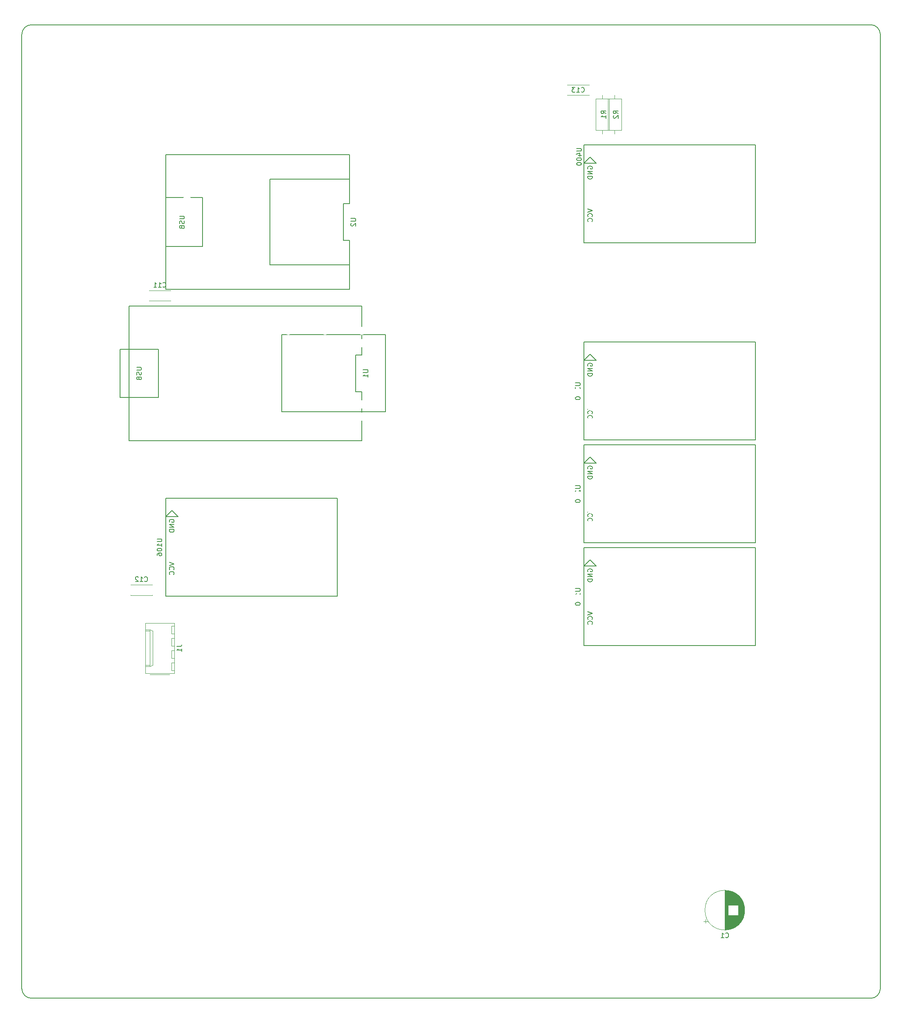
<source format=gbo>
%TF.GenerationSoftware,KiCad,Pcbnew,5.0.2-bee76a0~70~ubuntu18.10.1*%
%TF.CreationDate,2019-03-28T23:17:04+01:00*%
%TF.ProjectId,DesignData,44657369-676e-4446-9174-612e6b696361,rev?*%
%TF.SameCoordinates,PX73a20d0PYd2b6df0*%
%TF.FileFunction,Legend,Bot*%
%TF.FilePolarity,Positive*%
%FSLAX46Y46*%
G04 Gerber Fmt 4.6, Leading zero omitted, Abs format (unit mm)*
G04 Created by KiCad (PCBNEW 5.0.2-bee76a0~70~ubuntu18.10.1) date Do 28 Mär 2019 23:17:04 CET*
%MOMM*%
%LPD*%
G01*
G04 APERTURE LIST*
%ADD10C,0.150000*%
%ADD11C,0.120000*%
%ADD12C,1.700000*%
%ADD13O,1.300000X2.100000*%
%ADD14O,1.500000X2.100000*%
%ADD15C,0.100000*%
%ADD16C,1.840000*%
%ADD17O,2.300000X1.840000*%
%ADD18O,1.700000X1.700000*%
%ADD19C,3.300000*%
%ADD20C,2.300000*%
%ADD21C,1.800000*%
%ADD22R,1.700000X1.700000*%
G04 APERTURE END LIST*
D10*
X178000000Y2000000D02*
G75*
G02X176000000Y0I-2000000J0D01*
G01*
X176000000Y202000000D02*
G75*
G02X178000000Y200000000I0J-2000000D01*
G01*
X0Y200000000D02*
G75*
G02X2000000Y202000000I2000000J0D01*
G01*
X2000000Y0D02*
G75*
G02X0Y2000000I0J2000000D01*
G01*
X0Y200000000D02*
X0Y2000000D01*
X176000000Y202000000D02*
X2000000Y202000000D01*
X178000000Y2000000D02*
X178000000Y200000000D01*
X2000000Y0D02*
X176000000Y0D01*
%TO.C,U200*%
X116586000Y110998000D02*
X119126000Y110998000D01*
X117856000Y112268000D02*
X119126000Y110998000D01*
X117856000Y112268000D02*
X116586000Y110998000D01*
X152146000Y114808000D02*
X152146000Y94488000D01*
X152146000Y114808000D02*
X116586000Y114808000D01*
X116586000Y94488000D02*
X152146000Y94488000D01*
X116586000Y114808000D02*
X116586000Y94488000D01*
%TO.C,U300*%
X116586000Y132334000D02*
X119126000Y132334000D01*
X117856000Y133604000D02*
X119126000Y132334000D01*
X117856000Y133604000D02*
X116586000Y132334000D01*
X152146000Y136144000D02*
X152146000Y115824000D01*
X152146000Y136144000D02*
X116586000Y136144000D01*
X116586000Y115824000D02*
X152146000Y115824000D01*
X116586000Y136144000D02*
X116586000Y115824000D01*
%TO.C,U2*%
X67945000Y147066000D02*
X29845000Y147066000D01*
X29845000Y147066000D02*
X29845000Y175006000D01*
X29845000Y175006000D02*
X67945000Y175006000D01*
X67945000Y175006000D02*
X67945000Y164846000D01*
X67945000Y164846000D02*
X66675000Y164846000D01*
X66675000Y164846000D02*
X66675000Y157226000D01*
X66675000Y157226000D02*
X67945000Y157226000D01*
X67945000Y157226000D02*
X67945000Y147066000D01*
X67945000Y169926000D02*
X51435000Y169926000D01*
X51435000Y169926000D02*
X51435000Y152146000D01*
X51435000Y152146000D02*
X67945000Y152146000D01*
X37465000Y166116000D02*
X29845000Y166116000D01*
X29845000Y155956000D02*
X37465000Y155956000D01*
X37465000Y155956000D02*
X37465000Y166116000D01*
%TO.C,U400*%
X116586000Y173228000D02*
X119126000Y173228000D01*
X117856000Y174498000D02*
X119126000Y173228000D01*
X117856000Y174498000D02*
X116586000Y173228000D01*
X152146000Y177038000D02*
X152146000Y156718000D01*
X152146000Y177038000D02*
X116586000Y177038000D01*
X116586000Y156718000D02*
X152146000Y156718000D01*
X116586000Y177038000D02*
X116586000Y156718000D01*
%TO.C,U100*%
X116586000Y89662000D02*
X119126000Y89662000D01*
X117856000Y90932000D02*
X119126000Y89662000D01*
X117856000Y90932000D02*
X116586000Y89662000D01*
X152146000Y93472000D02*
X152146000Y73152000D01*
X152146000Y93472000D02*
X116586000Y93472000D01*
X116586000Y73152000D02*
X152146000Y73152000D01*
X116586000Y93472000D02*
X116586000Y73152000D01*
%TO.C,U1*%
X70485000Y115697000D02*
X22225000Y115697000D01*
X22225000Y115697000D02*
X22225000Y143637000D01*
X22225000Y143637000D02*
X70485000Y143637000D01*
X70485000Y143637000D02*
X70485000Y133477000D01*
X70485000Y133477000D02*
X69215000Y133477000D01*
X69215000Y133477000D02*
X69215000Y125857000D01*
X69215000Y125857000D02*
X70485000Y125857000D01*
X70485000Y125857000D02*
X70485000Y115697000D01*
X75355000Y137667000D02*
X53855000Y137667000D01*
X53855000Y137667000D02*
X53855000Y121667000D01*
X53855000Y121667000D02*
X75355000Y121667000D01*
X75355000Y121667000D02*
X75355000Y137667000D01*
X28355000Y134667000D02*
X20355000Y134667000D01*
X20355000Y134667000D02*
X20355000Y124667000D01*
X20355000Y124667000D02*
X28355000Y124667000D01*
X28355000Y124667000D02*
X28355000Y134667000D01*
%TO.C,U106*%
X29845000Y99949000D02*
X32385000Y99949000D01*
X31115000Y101219000D02*
X32385000Y99949000D01*
X31115000Y101219000D02*
X29845000Y99949000D01*
X65405000Y103759000D02*
X65405000Y83439000D01*
X65405000Y103759000D02*
X29845000Y103759000D01*
X29845000Y83439000D02*
X65405000Y83439000D01*
X29845000Y103759000D02*
X29845000Y83439000D01*
D11*
%TO.C,J1*%
X31605000Y67454000D02*
X25585000Y67454000D01*
X25585000Y67454000D02*
X25585000Y77834000D01*
X25585000Y77834000D02*
X31605000Y77834000D01*
X31605000Y77834000D02*
X31605000Y67454000D01*
X30575000Y67164000D02*
X26575000Y67164000D01*
X25585000Y68834000D02*
X26585000Y68834000D01*
X26585000Y68834000D02*
X26585000Y76454000D01*
X26585000Y76454000D02*
X25585000Y76454000D01*
X26585000Y68834000D02*
X27115000Y69084000D01*
X27115000Y69084000D02*
X27115000Y76204000D01*
X27115000Y76204000D02*
X26585000Y76454000D01*
X25585000Y69084000D02*
X26585000Y69084000D01*
X25585000Y76204000D02*
X26585000Y76204000D01*
X31605000Y68034000D02*
X31005000Y68034000D01*
X31005000Y68034000D02*
X31005000Y69634000D01*
X31005000Y69634000D02*
X31605000Y69634000D01*
X31605000Y70574000D02*
X31005000Y70574000D01*
X31005000Y70574000D02*
X31005000Y72174000D01*
X31005000Y72174000D02*
X31605000Y72174000D01*
X31605000Y73114000D02*
X31005000Y73114000D01*
X31005000Y73114000D02*
X31005000Y74714000D01*
X31005000Y74714000D02*
X31605000Y74714000D01*
X31605000Y75654000D02*
X31005000Y75654000D01*
X31005000Y75654000D02*
X31005000Y77254000D01*
X31005000Y77254000D02*
X31605000Y77254000D01*
%TO.C,R1*%
X120396000Y179348000D02*
X120396000Y180118000D01*
X120396000Y187428000D02*
X120396000Y186658000D01*
X119026000Y180118000D02*
X119026000Y186658000D01*
X121766000Y180118000D02*
X119026000Y180118000D01*
X121766000Y186658000D02*
X121766000Y180118000D01*
X119026000Y186658000D02*
X121766000Y186658000D01*
%TO.C,R2*%
X121566000Y186658000D02*
X124306000Y186658000D01*
X124306000Y186658000D02*
X124306000Y180118000D01*
X124306000Y180118000D02*
X121566000Y180118000D01*
X121566000Y180118000D02*
X121566000Y186658000D01*
X122936000Y187428000D02*
X122936000Y186658000D01*
X122936000Y179348000D02*
X122936000Y180118000D01*
%TO.C,C1*%
X149888000Y18288000D02*
G75*
G03X149888000Y18288000I-4120000J0D01*
G01*
X145768000Y14208000D02*
X145768000Y22368000D01*
X145808000Y14208000D02*
X145808000Y22368000D01*
X145848000Y14208000D02*
X145848000Y22368000D01*
X145888000Y14209000D02*
X145888000Y22367000D01*
X145928000Y14211000D02*
X145928000Y22365000D01*
X145968000Y14212000D02*
X145968000Y22364000D01*
X146008000Y14214000D02*
X146008000Y22362000D01*
X146048000Y14217000D02*
X146048000Y22359000D01*
X146088000Y14220000D02*
X146088000Y22356000D01*
X146128000Y14223000D02*
X146128000Y22353000D01*
X146168000Y14227000D02*
X146168000Y22349000D01*
X146208000Y14231000D02*
X146208000Y22345000D01*
X146248000Y14236000D02*
X146248000Y22340000D01*
X146288000Y14240000D02*
X146288000Y22336000D01*
X146328000Y14246000D02*
X146328000Y22330000D01*
X146368000Y14251000D02*
X146368000Y22325000D01*
X146408000Y14258000D02*
X146408000Y22318000D01*
X146448000Y14264000D02*
X146448000Y22312000D01*
X146489000Y14271000D02*
X146489000Y17248000D01*
X146489000Y19328000D02*
X146489000Y22305000D01*
X146529000Y14278000D02*
X146529000Y17248000D01*
X146529000Y19328000D02*
X146529000Y22298000D01*
X146569000Y14286000D02*
X146569000Y17248000D01*
X146569000Y19328000D02*
X146569000Y22290000D01*
X146609000Y14294000D02*
X146609000Y17248000D01*
X146609000Y19328000D02*
X146609000Y22282000D01*
X146649000Y14303000D02*
X146649000Y17248000D01*
X146649000Y19328000D02*
X146649000Y22273000D01*
X146689000Y14312000D02*
X146689000Y17248000D01*
X146689000Y19328000D02*
X146689000Y22264000D01*
X146729000Y14321000D02*
X146729000Y17248000D01*
X146729000Y19328000D02*
X146729000Y22255000D01*
X146769000Y14331000D02*
X146769000Y17248000D01*
X146769000Y19328000D02*
X146769000Y22245000D01*
X146809000Y14341000D02*
X146809000Y17248000D01*
X146809000Y19328000D02*
X146809000Y22235000D01*
X146849000Y14352000D02*
X146849000Y17248000D01*
X146849000Y19328000D02*
X146849000Y22224000D01*
X146889000Y14363000D02*
X146889000Y17248000D01*
X146889000Y19328000D02*
X146889000Y22213000D01*
X146929000Y14374000D02*
X146929000Y17248000D01*
X146929000Y19328000D02*
X146929000Y22202000D01*
X146969000Y14386000D02*
X146969000Y17248000D01*
X146969000Y19328000D02*
X146969000Y22190000D01*
X147009000Y14399000D02*
X147009000Y17248000D01*
X147009000Y19328000D02*
X147009000Y22177000D01*
X147049000Y14411000D02*
X147049000Y17248000D01*
X147049000Y19328000D02*
X147049000Y22165000D01*
X147089000Y14425000D02*
X147089000Y17248000D01*
X147089000Y19328000D02*
X147089000Y22151000D01*
X147129000Y14438000D02*
X147129000Y17248000D01*
X147129000Y19328000D02*
X147129000Y22138000D01*
X147169000Y14453000D02*
X147169000Y17248000D01*
X147169000Y19328000D02*
X147169000Y22123000D01*
X147209000Y14467000D02*
X147209000Y17248000D01*
X147209000Y19328000D02*
X147209000Y22109000D01*
X147249000Y14483000D02*
X147249000Y17248000D01*
X147249000Y19328000D02*
X147249000Y22093000D01*
X147289000Y14498000D02*
X147289000Y17248000D01*
X147289000Y19328000D02*
X147289000Y22078000D01*
X147329000Y14514000D02*
X147329000Y17248000D01*
X147329000Y19328000D02*
X147329000Y22062000D01*
X147369000Y14531000D02*
X147369000Y17248000D01*
X147369000Y19328000D02*
X147369000Y22045000D01*
X147409000Y14548000D02*
X147409000Y17248000D01*
X147409000Y19328000D02*
X147409000Y22028000D01*
X147449000Y14566000D02*
X147449000Y17248000D01*
X147449000Y19328000D02*
X147449000Y22010000D01*
X147489000Y14584000D02*
X147489000Y17248000D01*
X147489000Y19328000D02*
X147489000Y21992000D01*
X147529000Y14602000D02*
X147529000Y17248000D01*
X147529000Y19328000D02*
X147529000Y21974000D01*
X147569000Y14622000D02*
X147569000Y17248000D01*
X147569000Y19328000D02*
X147569000Y21954000D01*
X147609000Y14641000D02*
X147609000Y17248000D01*
X147609000Y19328000D02*
X147609000Y21935000D01*
X147649000Y14661000D02*
X147649000Y17248000D01*
X147649000Y19328000D02*
X147649000Y21915000D01*
X147689000Y14682000D02*
X147689000Y17248000D01*
X147689000Y19328000D02*
X147689000Y21894000D01*
X147729000Y14704000D02*
X147729000Y17248000D01*
X147729000Y19328000D02*
X147729000Y21872000D01*
X147769000Y14726000D02*
X147769000Y17248000D01*
X147769000Y19328000D02*
X147769000Y21850000D01*
X147809000Y14748000D02*
X147809000Y17248000D01*
X147809000Y19328000D02*
X147809000Y21828000D01*
X147849000Y14771000D02*
X147849000Y17248000D01*
X147849000Y19328000D02*
X147849000Y21805000D01*
X147889000Y14795000D02*
X147889000Y17248000D01*
X147889000Y19328000D02*
X147889000Y21781000D01*
X147929000Y14819000D02*
X147929000Y17248000D01*
X147929000Y19328000D02*
X147929000Y21757000D01*
X147969000Y14844000D02*
X147969000Y17248000D01*
X147969000Y19328000D02*
X147969000Y21732000D01*
X148009000Y14870000D02*
X148009000Y17248000D01*
X148009000Y19328000D02*
X148009000Y21706000D01*
X148049000Y14896000D02*
X148049000Y17248000D01*
X148049000Y19328000D02*
X148049000Y21680000D01*
X148089000Y14923000D02*
X148089000Y17248000D01*
X148089000Y19328000D02*
X148089000Y21653000D01*
X148129000Y14950000D02*
X148129000Y17248000D01*
X148129000Y19328000D02*
X148129000Y21626000D01*
X148169000Y14979000D02*
X148169000Y17248000D01*
X148169000Y19328000D02*
X148169000Y21597000D01*
X148209000Y15008000D02*
X148209000Y17248000D01*
X148209000Y19328000D02*
X148209000Y21568000D01*
X148249000Y15038000D02*
X148249000Y17248000D01*
X148249000Y19328000D02*
X148249000Y21538000D01*
X148289000Y15068000D02*
X148289000Y17248000D01*
X148289000Y19328000D02*
X148289000Y21508000D01*
X148329000Y15099000D02*
X148329000Y17248000D01*
X148329000Y19328000D02*
X148329000Y21477000D01*
X148369000Y15132000D02*
X148369000Y17248000D01*
X148369000Y19328000D02*
X148369000Y21444000D01*
X148409000Y15164000D02*
X148409000Y17248000D01*
X148409000Y19328000D02*
X148409000Y21412000D01*
X148449000Y15198000D02*
X148449000Y17248000D01*
X148449000Y19328000D02*
X148449000Y21378000D01*
X148489000Y15233000D02*
X148489000Y17248000D01*
X148489000Y19328000D02*
X148489000Y21343000D01*
X148529000Y15269000D02*
X148529000Y17248000D01*
X148529000Y19328000D02*
X148529000Y21307000D01*
X148569000Y15305000D02*
X148569000Y21271000D01*
X148609000Y15343000D02*
X148609000Y21233000D01*
X148649000Y15381000D02*
X148649000Y21195000D01*
X148689000Y15421000D02*
X148689000Y21155000D01*
X148729000Y15462000D02*
X148729000Y21114000D01*
X148769000Y15504000D02*
X148769000Y21072000D01*
X148809000Y15547000D02*
X148809000Y21029000D01*
X148849000Y15591000D02*
X148849000Y20985000D01*
X148889000Y15637000D02*
X148889000Y20939000D01*
X148929000Y15684000D02*
X148929000Y20892000D01*
X148969000Y15732000D02*
X148969000Y20844000D01*
X149009000Y15783000D02*
X149009000Y20793000D01*
X149049000Y15834000D02*
X149049000Y20742000D01*
X149089000Y15888000D02*
X149089000Y20688000D01*
X149129000Y15943000D02*
X149129000Y20633000D01*
X149169000Y16001000D02*
X149169000Y20575000D01*
X149209000Y16060000D02*
X149209000Y20516000D01*
X149249000Y16122000D02*
X149249000Y20454000D01*
X149289000Y16186000D02*
X149289000Y20390000D01*
X149329000Y16254000D02*
X149329000Y20322000D01*
X149369000Y16324000D02*
X149369000Y20252000D01*
X149409000Y16398000D02*
X149409000Y20178000D01*
X149449000Y16475000D02*
X149449000Y20101000D01*
X149489000Y16557000D02*
X149489000Y20019000D01*
X149529000Y16643000D02*
X149529000Y19933000D01*
X149569000Y16736000D02*
X149569000Y19840000D01*
X149609000Y16835000D02*
X149609000Y19741000D01*
X149649000Y16942000D02*
X149649000Y19634000D01*
X149689000Y17059000D02*
X149689000Y19517000D01*
X149729000Y17190000D02*
X149729000Y19386000D01*
X149769000Y17340000D02*
X149769000Y19236000D01*
X149809000Y17520000D02*
X149809000Y19056000D01*
X149849000Y17755000D02*
X149849000Y18821000D01*
X141358302Y15973000D02*
X142158302Y15973000D01*
X141758302Y15573000D02*
X141758302Y16373000D01*
%TO.C,C12*%
X27075000Y85779000D02*
X22535000Y85779000D01*
X27075000Y83639000D02*
X22535000Y83639000D01*
X27075000Y85779000D02*
X27075000Y85764000D01*
X27075000Y83654000D02*
X27075000Y83639000D01*
X22535000Y85779000D02*
X22535000Y85764000D01*
X22535000Y83654000D02*
X22535000Y83639000D01*
%TO.C,C13*%
X113086000Y187413000D02*
X113086000Y187398000D01*
X113086000Y189538000D02*
X113086000Y189523000D01*
X117626000Y187413000D02*
X117626000Y187398000D01*
X117626000Y189538000D02*
X117626000Y189523000D01*
X117626000Y187398000D02*
X113086000Y187398000D01*
X117626000Y189538000D02*
X113086000Y189538000D01*
%TO.C,C11*%
X30885000Y146866000D02*
X26345000Y146866000D01*
X30885000Y144726000D02*
X26345000Y144726000D01*
X30885000Y146866000D02*
X30885000Y146851000D01*
X30885000Y144741000D02*
X30885000Y144726000D01*
X26345000Y146866000D02*
X26345000Y146851000D01*
X26345000Y144741000D02*
X26345000Y144726000D01*
%TD*%
%TO.C,U200*%
D10*
X114768380Y106362286D02*
X115577904Y106362286D01*
X115673142Y106314667D01*
X115720761Y106267048D01*
X115768380Y106171810D01*
X115768380Y105981334D01*
X115720761Y105886096D01*
X115673142Y105838477D01*
X115577904Y105790858D01*
X114768380Y105790858D01*
X114863619Y105362286D02*
X114816000Y105314667D01*
X114768380Y105219429D01*
X114768380Y104981334D01*
X114816000Y104886096D01*
X114863619Y104838477D01*
X114958857Y104790858D01*
X115054095Y104790858D01*
X115196952Y104838477D01*
X115768380Y105409905D01*
X115768380Y104790858D01*
X114768380Y104171810D02*
X114768380Y104076572D01*
X114816000Y103981334D01*
X114863619Y103933715D01*
X114958857Y103886096D01*
X115149333Y103838477D01*
X115387428Y103838477D01*
X115577904Y103886096D01*
X115673142Y103933715D01*
X115720761Y103981334D01*
X115768380Y104076572D01*
X115768380Y104171810D01*
X115720761Y104267048D01*
X115673142Y104314667D01*
X115577904Y104362286D01*
X115387428Y104409905D01*
X115149333Y104409905D01*
X114958857Y104362286D01*
X114863619Y104314667D01*
X114816000Y104267048D01*
X114768380Y104171810D01*
X114768380Y103219429D02*
X114768380Y103124191D01*
X114816000Y103028953D01*
X114863619Y102981334D01*
X114958857Y102933715D01*
X115149333Y102886096D01*
X115387428Y102886096D01*
X115577904Y102933715D01*
X115673142Y102981334D01*
X115720761Y103028953D01*
X115768380Y103124191D01*
X115768380Y103219429D01*
X115720761Y103314667D01*
X115673142Y103362286D01*
X115577904Y103409905D01*
X115387428Y103457524D01*
X115149333Y103457524D01*
X114958857Y103409905D01*
X114863619Y103362286D01*
X114816000Y103314667D01*
X114768380Y103219429D01*
X117308380Y101536334D02*
X118308380Y101203000D01*
X117308380Y100869667D01*
X118213142Y99964905D02*
X118260761Y100012524D01*
X118308380Y100155381D01*
X118308380Y100250620D01*
X118260761Y100393477D01*
X118165523Y100488715D01*
X118070285Y100536334D01*
X117879809Y100583953D01*
X117736952Y100583953D01*
X117546476Y100536334D01*
X117451238Y100488715D01*
X117356000Y100393477D01*
X117308380Y100250620D01*
X117308380Y100155381D01*
X117356000Y100012524D01*
X117403619Y99964905D01*
X118213142Y98964905D02*
X118260761Y99012524D01*
X118308380Y99155381D01*
X118308380Y99250620D01*
X118260761Y99393477D01*
X118165523Y99488715D01*
X118070285Y99536334D01*
X117879809Y99583953D01*
X117736952Y99583953D01*
X117546476Y99536334D01*
X117451238Y99488715D01*
X117356000Y99393477D01*
X117308380Y99250620D01*
X117308380Y99155381D01*
X117356000Y99012524D01*
X117403619Y98964905D01*
X117356000Y109854905D02*
X117308380Y109950143D01*
X117308380Y110093000D01*
X117356000Y110235858D01*
X117451238Y110331096D01*
X117546476Y110378715D01*
X117736952Y110426334D01*
X117879809Y110426334D01*
X118070285Y110378715D01*
X118165523Y110331096D01*
X118260761Y110235858D01*
X118308380Y110093000D01*
X118308380Y109997762D01*
X118260761Y109854905D01*
X118213142Y109807286D01*
X117879809Y109807286D01*
X117879809Y109997762D01*
X118308380Y109378715D02*
X117308380Y109378715D01*
X118308380Y108807286D01*
X117308380Y108807286D01*
X118308380Y108331096D02*
X117308380Y108331096D01*
X117308380Y108093000D01*
X117356000Y107950143D01*
X117451238Y107854905D01*
X117546476Y107807286D01*
X117736952Y107759667D01*
X117879809Y107759667D01*
X118070285Y107807286D01*
X118165523Y107854905D01*
X118260761Y107950143D01*
X118308380Y108093000D01*
X118308380Y108331096D01*
%TO.C,U300*%
X114768380Y127698286D02*
X115577904Y127698286D01*
X115673142Y127650667D01*
X115720761Y127603048D01*
X115768380Y127507810D01*
X115768380Y127317334D01*
X115720761Y127222096D01*
X115673142Y127174477D01*
X115577904Y127126858D01*
X114768380Y127126858D01*
X114768380Y126745905D02*
X114768380Y126126858D01*
X115149333Y126460191D01*
X115149333Y126317334D01*
X115196952Y126222096D01*
X115244571Y126174477D01*
X115339809Y126126858D01*
X115577904Y126126858D01*
X115673142Y126174477D01*
X115720761Y126222096D01*
X115768380Y126317334D01*
X115768380Y126603048D01*
X115720761Y126698286D01*
X115673142Y126745905D01*
X114768380Y125507810D02*
X114768380Y125412572D01*
X114816000Y125317334D01*
X114863619Y125269715D01*
X114958857Y125222096D01*
X115149333Y125174477D01*
X115387428Y125174477D01*
X115577904Y125222096D01*
X115673142Y125269715D01*
X115720761Y125317334D01*
X115768380Y125412572D01*
X115768380Y125507810D01*
X115720761Y125603048D01*
X115673142Y125650667D01*
X115577904Y125698286D01*
X115387428Y125745905D01*
X115149333Y125745905D01*
X114958857Y125698286D01*
X114863619Y125650667D01*
X114816000Y125603048D01*
X114768380Y125507810D01*
X114768380Y124555429D02*
X114768380Y124460191D01*
X114816000Y124364953D01*
X114863619Y124317334D01*
X114958857Y124269715D01*
X115149333Y124222096D01*
X115387428Y124222096D01*
X115577904Y124269715D01*
X115673142Y124317334D01*
X115720761Y124364953D01*
X115768380Y124460191D01*
X115768380Y124555429D01*
X115720761Y124650667D01*
X115673142Y124698286D01*
X115577904Y124745905D01*
X115387428Y124793524D01*
X115149333Y124793524D01*
X114958857Y124745905D01*
X114863619Y124698286D01*
X114816000Y124650667D01*
X114768380Y124555429D01*
X117308380Y122872334D02*
X118308380Y122539000D01*
X117308380Y122205667D01*
X118213142Y121300905D02*
X118260761Y121348524D01*
X118308380Y121491381D01*
X118308380Y121586620D01*
X118260761Y121729477D01*
X118165523Y121824715D01*
X118070285Y121872334D01*
X117879809Y121919953D01*
X117736952Y121919953D01*
X117546476Y121872334D01*
X117451238Y121824715D01*
X117356000Y121729477D01*
X117308380Y121586620D01*
X117308380Y121491381D01*
X117356000Y121348524D01*
X117403619Y121300905D01*
X118213142Y120300905D02*
X118260761Y120348524D01*
X118308380Y120491381D01*
X118308380Y120586620D01*
X118260761Y120729477D01*
X118165523Y120824715D01*
X118070285Y120872334D01*
X117879809Y120919953D01*
X117736952Y120919953D01*
X117546476Y120872334D01*
X117451238Y120824715D01*
X117356000Y120729477D01*
X117308380Y120586620D01*
X117308380Y120491381D01*
X117356000Y120348524D01*
X117403619Y120300905D01*
X117356000Y131190905D02*
X117308380Y131286143D01*
X117308380Y131429000D01*
X117356000Y131571858D01*
X117451238Y131667096D01*
X117546476Y131714715D01*
X117736952Y131762334D01*
X117879809Y131762334D01*
X118070285Y131714715D01*
X118165523Y131667096D01*
X118260761Y131571858D01*
X118308380Y131429000D01*
X118308380Y131333762D01*
X118260761Y131190905D01*
X118213142Y131143286D01*
X117879809Y131143286D01*
X117879809Y131333762D01*
X118308380Y130714715D02*
X117308380Y130714715D01*
X118308380Y130143286D01*
X117308380Y130143286D01*
X118308380Y129667096D02*
X117308380Y129667096D01*
X117308380Y129429000D01*
X117356000Y129286143D01*
X117451238Y129190905D01*
X117546476Y129143286D01*
X117736952Y129095667D01*
X117879809Y129095667D01*
X118070285Y129143286D01*
X118165523Y129190905D01*
X118260761Y129286143D01*
X118308380Y129429000D01*
X118308380Y129667096D01*
%TO.C,U2*%
X68227380Y161797905D02*
X69036904Y161797905D01*
X69132142Y161750286D01*
X69179761Y161702667D01*
X69227380Y161607429D01*
X69227380Y161416953D01*
X69179761Y161321715D01*
X69132142Y161274096D01*
X69036904Y161226477D01*
X68227380Y161226477D01*
X68322619Y160797905D02*
X68275000Y160750286D01*
X68227380Y160655048D01*
X68227380Y160416953D01*
X68275000Y160321715D01*
X68322619Y160274096D01*
X68417857Y160226477D01*
X68513095Y160226477D01*
X68655952Y160274096D01*
X69227380Y160845524D01*
X69227380Y160226477D01*
X32697380Y162297905D02*
X33506904Y162297905D01*
X33602142Y162250286D01*
X33649761Y162202667D01*
X33697380Y162107429D01*
X33697380Y161916953D01*
X33649761Y161821715D01*
X33602142Y161774096D01*
X33506904Y161726477D01*
X32697380Y161726477D01*
X33649761Y161297905D02*
X33697380Y161155048D01*
X33697380Y160916953D01*
X33649761Y160821715D01*
X33602142Y160774096D01*
X33506904Y160726477D01*
X33411666Y160726477D01*
X33316428Y160774096D01*
X33268809Y160821715D01*
X33221190Y160916953D01*
X33173571Y161107429D01*
X33125952Y161202667D01*
X33078333Y161250286D01*
X32983095Y161297905D01*
X32887857Y161297905D01*
X32792619Y161250286D01*
X32745000Y161202667D01*
X32697380Y161107429D01*
X32697380Y160869334D01*
X32745000Y160726477D01*
X33173571Y159964572D02*
X33221190Y159821715D01*
X33268809Y159774096D01*
X33364047Y159726477D01*
X33506904Y159726477D01*
X33602142Y159774096D01*
X33649761Y159821715D01*
X33697380Y159916953D01*
X33697380Y160297905D01*
X32697380Y160297905D01*
X32697380Y159964572D01*
X32745000Y159869334D01*
X32792619Y159821715D01*
X32887857Y159774096D01*
X32983095Y159774096D01*
X33078333Y159821715D01*
X33125952Y159869334D01*
X33173571Y159964572D01*
X33173571Y160297905D01*
%TO.C,U400*%
X115022380Y176339286D02*
X115831904Y176339286D01*
X115927142Y176291667D01*
X115974761Y176244048D01*
X116022380Y176148810D01*
X116022380Y175958334D01*
X115974761Y175863096D01*
X115927142Y175815477D01*
X115831904Y175767858D01*
X115022380Y175767858D01*
X115355714Y174863096D02*
X116022380Y174863096D01*
X114974761Y175101191D02*
X115689047Y175339286D01*
X115689047Y174720239D01*
X115022380Y174148810D02*
X115022380Y174053572D01*
X115070000Y173958334D01*
X115117619Y173910715D01*
X115212857Y173863096D01*
X115403333Y173815477D01*
X115641428Y173815477D01*
X115831904Y173863096D01*
X115927142Y173910715D01*
X115974761Y173958334D01*
X116022380Y174053572D01*
X116022380Y174148810D01*
X115974761Y174244048D01*
X115927142Y174291667D01*
X115831904Y174339286D01*
X115641428Y174386905D01*
X115403333Y174386905D01*
X115212857Y174339286D01*
X115117619Y174291667D01*
X115070000Y174244048D01*
X115022380Y174148810D01*
X115022380Y173196429D02*
X115022380Y173101191D01*
X115070000Y173005953D01*
X115117619Y172958334D01*
X115212857Y172910715D01*
X115403333Y172863096D01*
X115641428Y172863096D01*
X115831904Y172910715D01*
X115927142Y172958334D01*
X115974761Y173005953D01*
X116022380Y173101191D01*
X116022380Y173196429D01*
X115974761Y173291667D01*
X115927142Y173339286D01*
X115831904Y173386905D01*
X115641428Y173434524D01*
X115403333Y173434524D01*
X115212857Y173386905D01*
X115117619Y173339286D01*
X115070000Y173291667D01*
X115022380Y173196429D01*
X117308380Y163766334D02*
X118308380Y163433000D01*
X117308380Y163099667D01*
X118213142Y162194905D02*
X118260761Y162242524D01*
X118308380Y162385381D01*
X118308380Y162480620D01*
X118260761Y162623477D01*
X118165523Y162718715D01*
X118070285Y162766334D01*
X117879809Y162813953D01*
X117736952Y162813953D01*
X117546476Y162766334D01*
X117451238Y162718715D01*
X117356000Y162623477D01*
X117308380Y162480620D01*
X117308380Y162385381D01*
X117356000Y162242524D01*
X117403619Y162194905D01*
X118213142Y161194905D02*
X118260761Y161242524D01*
X118308380Y161385381D01*
X118308380Y161480620D01*
X118260761Y161623477D01*
X118165523Y161718715D01*
X118070285Y161766334D01*
X117879809Y161813953D01*
X117736952Y161813953D01*
X117546476Y161766334D01*
X117451238Y161718715D01*
X117356000Y161623477D01*
X117308380Y161480620D01*
X117308380Y161385381D01*
X117356000Y161242524D01*
X117403619Y161194905D01*
X117356000Y172084905D02*
X117308380Y172180143D01*
X117308380Y172323000D01*
X117356000Y172465858D01*
X117451238Y172561096D01*
X117546476Y172608715D01*
X117736952Y172656334D01*
X117879809Y172656334D01*
X118070285Y172608715D01*
X118165523Y172561096D01*
X118260761Y172465858D01*
X118308380Y172323000D01*
X118308380Y172227762D01*
X118260761Y172084905D01*
X118213142Y172037286D01*
X117879809Y172037286D01*
X117879809Y172227762D01*
X118308380Y171608715D02*
X117308380Y171608715D01*
X118308380Y171037286D01*
X117308380Y171037286D01*
X118308380Y170561096D02*
X117308380Y170561096D01*
X117308380Y170323000D01*
X117356000Y170180143D01*
X117451238Y170084905D01*
X117546476Y170037286D01*
X117736952Y169989667D01*
X117879809Y169989667D01*
X118070285Y170037286D01*
X118165523Y170084905D01*
X118260761Y170180143D01*
X118308380Y170323000D01*
X118308380Y170561096D01*
%TO.C,U100*%
X114768380Y85026286D02*
X115577904Y85026286D01*
X115673142Y84978667D01*
X115720761Y84931048D01*
X115768380Y84835810D01*
X115768380Y84645334D01*
X115720761Y84550096D01*
X115673142Y84502477D01*
X115577904Y84454858D01*
X114768380Y84454858D01*
X115768380Y83454858D02*
X115768380Y84026286D01*
X115768380Y83740572D02*
X114768380Y83740572D01*
X114911238Y83835810D01*
X115006476Y83931048D01*
X115054095Y84026286D01*
X114768380Y82835810D02*
X114768380Y82740572D01*
X114816000Y82645334D01*
X114863619Y82597715D01*
X114958857Y82550096D01*
X115149333Y82502477D01*
X115387428Y82502477D01*
X115577904Y82550096D01*
X115673142Y82597715D01*
X115720761Y82645334D01*
X115768380Y82740572D01*
X115768380Y82835810D01*
X115720761Y82931048D01*
X115673142Y82978667D01*
X115577904Y83026286D01*
X115387428Y83073905D01*
X115149333Y83073905D01*
X114958857Y83026286D01*
X114863619Y82978667D01*
X114816000Y82931048D01*
X114768380Y82835810D01*
X114768380Y81883429D02*
X114768380Y81788191D01*
X114816000Y81692953D01*
X114863619Y81645334D01*
X114958857Y81597715D01*
X115149333Y81550096D01*
X115387428Y81550096D01*
X115577904Y81597715D01*
X115673142Y81645334D01*
X115720761Y81692953D01*
X115768380Y81788191D01*
X115768380Y81883429D01*
X115720761Y81978667D01*
X115673142Y82026286D01*
X115577904Y82073905D01*
X115387428Y82121524D01*
X115149333Y82121524D01*
X114958857Y82073905D01*
X114863619Y82026286D01*
X114816000Y81978667D01*
X114768380Y81883429D01*
X117308380Y80200334D02*
X118308380Y79867000D01*
X117308380Y79533667D01*
X118213142Y78628905D02*
X118260761Y78676524D01*
X118308380Y78819381D01*
X118308380Y78914620D01*
X118260761Y79057477D01*
X118165523Y79152715D01*
X118070285Y79200334D01*
X117879809Y79247953D01*
X117736952Y79247953D01*
X117546476Y79200334D01*
X117451238Y79152715D01*
X117356000Y79057477D01*
X117308380Y78914620D01*
X117308380Y78819381D01*
X117356000Y78676524D01*
X117403619Y78628905D01*
X118213142Y77628905D02*
X118260761Y77676524D01*
X118308380Y77819381D01*
X118308380Y77914620D01*
X118260761Y78057477D01*
X118165523Y78152715D01*
X118070285Y78200334D01*
X117879809Y78247953D01*
X117736952Y78247953D01*
X117546476Y78200334D01*
X117451238Y78152715D01*
X117356000Y78057477D01*
X117308380Y77914620D01*
X117308380Y77819381D01*
X117356000Y77676524D01*
X117403619Y77628905D01*
X117356000Y88518905D02*
X117308380Y88614143D01*
X117308380Y88757000D01*
X117356000Y88899858D01*
X117451238Y88995096D01*
X117546476Y89042715D01*
X117736952Y89090334D01*
X117879809Y89090334D01*
X118070285Y89042715D01*
X118165523Y88995096D01*
X118260761Y88899858D01*
X118308380Y88757000D01*
X118308380Y88661762D01*
X118260761Y88518905D01*
X118213142Y88471286D01*
X117879809Y88471286D01*
X117879809Y88661762D01*
X118308380Y88042715D02*
X117308380Y88042715D01*
X118308380Y87471286D01*
X117308380Y87471286D01*
X118308380Y86995096D02*
X117308380Y86995096D01*
X117308380Y86757000D01*
X117356000Y86614143D01*
X117451238Y86518905D01*
X117546476Y86471286D01*
X117736952Y86423667D01*
X117879809Y86423667D01*
X118070285Y86471286D01*
X118165523Y86518905D01*
X118260761Y86614143D01*
X118308380Y86757000D01*
X118308380Y86995096D01*
%TO.C,U1*%
X70767380Y130428905D02*
X71576904Y130428905D01*
X71672142Y130381286D01*
X71719761Y130333667D01*
X71767380Y130238429D01*
X71767380Y130047953D01*
X71719761Y129952715D01*
X71672142Y129905096D01*
X71576904Y129857477D01*
X70767380Y129857477D01*
X71767380Y128857477D02*
X71767380Y129428905D01*
X71767380Y129143191D02*
X70767380Y129143191D01*
X70910238Y129238429D01*
X71005476Y129333667D01*
X71053095Y129428905D01*
X23807380Y130928905D02*
X24616904Y130928905D01*
X24712142Y130881286D01*
X24759761Y130833667D01*
X24807380Y130738429D01*
X24807380Y130547953D01*
X24759761Y130452715D01*
X24712142Y130405096D01*
X24616904Y130357477D01*
X23807380Y130357477D01*
X24759761Y129928905D02*
X24807380Y129786048D01*
X24807380Y129547953D01*
X24759761Y129452715D01*
X24712142Y129405096D01*
X24616904Y129357477D01*
X24521666Y129357477D01*
X24426428Y129405096D01*
X24378809Y129452715D01*
X24331190Y129547953D01*
X24283571Y129738429D01*
X24235952Y129833667D01*
X24188333Y129881286D01*
X24093095Y129928905D01*
X23997857Y129928905D01*
X23902619Y129881286D01*
X23855000Y129833667D01*
X23807380Y129738429D01*
X23807380Y129500334D01*
X23855000Y129357477D01*
X24283571Y128595572D02*
X24331190Y128452715D01*
X24378809Y128405096D01*
X24474047Y128357477D01*
X24616904Y128357477D01*
X24712142Y128405096D01*
X24759761Y128452715D01*
X24807380Y128547953D01*
X24807380Y128928905D01*
X23807380Y128928905D01*
X23807380Y128595572D01*
X23855000Y128500334D01*
X23902619Y128452715D01*
X23997857Y128405096D01*
X24093095Y128405096D01*
X24188333Y128452715D01*
X24235952Y128500334D01*
X24283571Y128595572D01*
X24283571Y128928905D01*
%TO.C,U106*%
X28027380Y95313286D02*
X28836904Y95313286D01*
X28932142Y95265667D01*
X28979761Y95218048D01*
X29027380Y95122810D01*
X29027380Y94932334D01*
X28979761Y94837096D01*
X28932142Y94789477D01*
X28836904Y94741858D01*
X28027380Y94741858D01*
X29027380Y93741858D02*
X29027380Y94313286D01*
X29027380Y94027572D02*
X28027380Y94027572D01*
X28170238Y94122810D01*
X28265476Y94218048D01*
X28313095Y94313286D01*
X28027380Y93122810D02*
X28027380Y93027572D01*
X28075000Y92932334D01*
X28122619Y92884715D01*
X28217857Y92837096D01*
X28408333Y92789477D01*
X28646428Y92789477D01*
X28836904Y92837096D01*
X28932142Y92884715D01*
X28979761Y92932334D01*
X29027380Y93027572D01*
X29027380Y93122810D01*
X28979761Y93218048D01*
X28932142Y93265667D01*
X28836904Y93313286D01*
X28646428Y93360905D01*
X28408333Y93360905D01*
X28217857Y93313286D01*
X28122619Y93265667D01*
X28075000Y93218048D01*
X28027380Y93122810D01*
X28027380Y91932334D02*
X28027380Y92122810D01*
X28075000Y92218048D01*
X28122619Y92265667D01*
X28265476Y92360905D01*
X28455952Y92408524D01*
X28836904Y92408524D01*
X28932142Y92360905D01*
X28979761Y92313286D01*
X29027380Y92218048D01*
X29027380Y92027572D01*
X28979761Y91932334D01*
X28932142Y91884715D01*
X28836904Y91837096D01*
X28598809Y91837096D01*
X28503571Y91884715D01*
X28455952Y91932334D01*
X28408333Y92027572D01*
X28408333Y92218048D01*
X28455952Y92313286D01*
X28503571Y92360905D01*
X28598809Y92408524D01*
X30567380Y90487334D02*
X31567380Y90154000D01*
X30567380Y89820667D01*
X31472142Y88915905D02*
X31519761Y88963524D01*
X31567380Y89106381D01*
X31567380Y89201620D01*
X31519761Y89344477D01*
X31424523Y89439715D01*
X31329285Y89487334D01*
X31138809Y89534953D01*
X30995952Y89534953D01*
X30805476Y89487334D01*
X30710238Y89439715D01*
X30615000Y89344477D01*
X30567380Y89201620D01*
X30567380Y89106381D01*
X30615000Y88963524D01*
X30662619Y88915905D01*
X31472142Y87915905D02*
X31519761Y87963524D01*
X31567380Y88106381D01*
X31567380Y88201620D01*
X31519761Y88344477D01*
X31424523Y88439715D01*
X31329285Y88487334D01*
X31138809Y88534953D01*
X30995952Y88534953D01*
X30805476Y88487334D01*
X30710238Y88439715D01*
X30615000Y88344477D01*
X30567380Y88201620D01*
X30567380Y88106381D01*
X30615000Y87963524D01*
X30662619Y87915905D01*
X30615000Y98805905D02*
X30567380Y98901143D01*
X30567380Y99044000D01*
X30615000Y99186858D01*
X30710238Y99282096D01*
X30805476Y99329715D01*
X30995952Y99377334D01*
X31138809Y99377334D01*
X31329285Y99329715D01*
X31424523Y99282096D01*
X31519761Y99186858D01*
X31567380Y99044000D01*
X31567380Y98948762D01*
X31519761Y98805905D01*
X31472142Y98758286D01*
X31138809Y98758286D01*
X31138809Y98948762D01*
X31567380Y98329715D02*
X30567380Y98329715D01*
X31567380Y97758286D01*
X30567380Y97758286D01*
X31567380Y97282096D02*
X30567380Y97282096D01*
X30567380Y97044000D01*
X30615000Y96901143D01*
X30710238Y96805905D01*
X30805476Y96758286D01*
X30995952Y96710667D01*
X31138809Y96710667D01*
X31329285Y96758286D01*
X31424523Y96805905D01*
X31519761Y96901143D01*
X31567380Y97044000D01*
X31567380Y97282096D01*
%TO.C,J1*%
X32147380Y72977334D02*
X32861666Y72977334D01*
X33004523Y73024953D01*
X33099761Y73120191D01*
X33147380Y73263048D01*
X33147380Y73358286D01*
X33147380Y71977334D02*
X33147380Y72548762D01*
X33147380Y72263048D02*
X32147380Y72263048D01*
X32290238Y72358286D01*
X32385476Y72453524D01*
X32433095Y72548762D01*
%TO.C,R1*%
X121102380Y183554667D02*
X120626190Y183888000D01*
X121102380Y184126096D02*
X120102380Y184126096D01*
X120102380Y183745143D01*
X120150000Y183649905D01*
X120197619Y183602286D01*
X120292857Y183554667D01*
X120435714Y183554667D01*
X120530952Y183602286D01*
X120578571Y183649905D01*
X120626190Y183745143D01*
X120626190Y184126096D01*
X121102380Y182602286D02*
X121102380Y183173715D01*
X121102380Y182888000D02*
X120102380Y182888000D01*
X120245238Y182983239D01*
X120340476Y183078477D01*
X120388095Y183173715D01*
%TO.C,R2*%
X123642380Y183554667D02*
X123166190Y183888000D01*
X123642380Y184126096D02*
X122642380Y184126096D01*
X122642380Y183745143D01*
X122690000Y183649905D01*
X122737619Y183602286D01*
X122832857Y183554667D01*
X122975714Y183554667D01*
X123070952Y183602286D01*
X123118571Y183649905D01*
X123166190Y183745143D01*
X123166190Y184126096D01*
X122737619Y183173715D02*
X122690000Y183126096D01*
X122642380Y183030858D01*
X122642380Y182792762D01*
X122690000Y182697524D01*
X122737619Y182649905D01*
X122832857Y182602286D01*
X122928095Y182602286D01*
X123070952Y182649905D01*
X123642380Y183221334D01*
X123642380Y182602286D01*
%TO.C,C1*%
X145934666Y12680858D02*
X145982285Y12633239D01*
X146125142Y12585620D01*
X146220380Y12585620D01*
X146363238Y12633239D01*
X146458476Y12728477D01*
X146506095Y12823715D01*
X146553714Y13014191D01*
X146553714Y13157048D01*
X146506095Y13347524D01*
X146458476Y13442762D01*
X146363238Y13538000D01*
X146220380Y13585620D01*
X146125142Y13585620D01*
X145982285Y13538000D01*
X145934666Y13490381D01*
X144982285Y12585620D02*
X145553714Y12585620D01*
X145268000Y12585620D02*
X145268000Y13585620D01*
X145363238Y13442762D01*
X145458476Y13347524D01*
X145553714Y13299905D01*
%TO.C,C12*%
X25447857Y86551858D02*
X25495476Y86504239D01*
X25638333Y86456620D01*
X25733571Y86456620D01*
X25876428Y86504239D01*
X25971666Y86599477D01*
X26019285Y86694715D01*
X26066904Y86885191D01*
X26066904Y87028048D01*
X26019285Y87218524D01*
X25971666Y87313762D01*
X25876428Y87409000D01*
X25733571Y87456620D01*
X25638333Y87456620D01*
X25495476Y87409000D01*
X25447857Y87361381D01*
X24495476Y86456620D02*
X25066904Y86456620D01*
X24781190Y86456620D02*
X24781190Y87456620D01*
X24876428Y87313762D01*
X24971666Y87218524D01*
X25066904Y87170905D01*
X24114523Y87361381D02*
X24066904Y87409000D01*
X23971666Y87456620D01*
X23733571Y87456620D01*
X23638333Y87409000D01*
X23590714Y87361381D01*
X23543095Y87266143D01*
X23543095Y87170905D01*
X23590714Y87028048D01*
X24162142Y86456620D01*
X23543095Y86456620D01*
%TO.C,C13*%
X115998857Y188110858D02*
X116046476Y188063239D01*
X116189333Y188015620D01*
X116284571Y188015620D01*
X116427428Y188063239D01*
X116522666Y188158477D01*
X116570285Y188253715D01*
X116617904Y188444191D01*
X116617904Y188587048D01*
X116570285Y188777524D01*
X116522666Y188872762D01*
X116427428Y188968000D01*
X116284571Y189015620D01*
X116189333Y189015620D01*
X116046476Y188968000D01*
X115998857Y188920381D01*
X115046476Y188015620D02*
X115617904Y188015620D01*
X115332190Y188015620D02*
X115332190Y189015620D01*
X115427428Y188872762D01*
X115522666Y188777524D01*
X115617904Y188729905D01*
X114713142Y189015620D02*
X114094095Y189015620D01*
X114427428Y188634667D01*
X114284571Y188634667D01*
X114189333Y188587048D01*
X114141714Y188539429D01*
X114094095Y188444191D01*
X114094095Y188206096D01*
X114141714Y188110858D01*
X114189333Y188063239D01*
X114284571Y188015620D01*
X114570285Y188015620D01*
X114665523Y188063239D01*
X114713142Y188110858D01*
%TO.C,C11*%
X29257857Y147638858D02*
X29305476Y147591239D01*
X29448333Y147543620D01*
X29543571Y147543620D01*
X29686428Y147591239D01*
X29781666Y147686477D01*
X29829285Y147781715D01*
X29876904Y147972191D01*
X29876904Y148115048D01*
X29829285Y148305524D01*
X29781666Y148400762D01*
X29686428Y148496000D01*
X29543571Y148543620D01*
X29448333Y148543620D01*
X29305476Y148496000D01*
X29257857Y148448381D01*
X28305476Y147543620D02*
X28876904Y147543620D01*
X28591190Y147543620D02*
X28591190Y148543620D01*
X28686428Y148400762D01*
X28781666Y148305524D01*
X28876904Y148257905D01*
X27353095Y147543620D02*
X27924523Y147543620D01*
X27638809Y147543620D02*
X27638809Y148543620D01*
X27734047Y148400762D01*
X27829285Y148305524D01*
X27924523Y148257905D01*
%TD*%
%LPC*%
D12*
%TO.C,U201*%
X105156000Y119634000D03*
X107696000Y119634000D03*
X110236000Y119634000D03*
X112776000Y119634000D03*
X115316000Y119634000D03*
X115316000Y104394000D03*
X112776000Y104394000D03*
X110236000Y104394000D03*
X107696000Y104394000D03*
X105156000Y104394000D03*
%TD*%
%TO.C,U202*%
X117856000Y119634000D03*
X120396000Y119634000D03*
X122936000Y119634000D03*
X125476000Y119634000D03*
X128016000Y119634000D03*
X128016000Y104394000D03*
X125476000Y104394000D03*
X122936000Y104394000D03*
X120396000Y104394000D03*
X117856000Y104394000D03*
%TD*%
%TO.C,U200*%
X150876000Y95758000D03*
X140716000Y95758000D03*
X143256000Y95758000D03*
X145796000Y95758000D03*
X148336000Y95758000D03*
X150876000Y113538000D03*
X148336000Y113538000D03*
X145796000Y113538000D03*
X117856000Y95758000D03*
X120396000Y95758000D03*
X128016000Y95758000D03*
X135636000Y95758000D03*
X133096000Y95758000D03*
X125476000Y95758000D03*
X130556000Y95758000D03*
X138176000Y95758000D03*
X122936000Y95758000D03*
X143256000Y113538000D03*
X140716000Y113538000D03*
X138176000Y113538000D03*
X135636000Y113538000D03*
X133096000Y113538000D03*
X130556000Y113538000D03*
X128016000Y113538000D03*
X125476000Y113538000D03*
X122936000Y113538000D03*
X120396000Y113538000D03*
X117856000Y113538000D03*
%TD*%
%TO.C,U300*%
X150876000Y117094000D03*
X140716000Y117094000D03*
X143256000Y117094000D03*
X145796000Y117094000D03*
X148336000Y117094000D03*
X150876000Y134874000D03*
X148336000Y134874000D03*
X145796000Y134874000D03*
X117856000Y117094000D03*
X120396000Y117094000D03*
X128016000Y117094000D03*
X135636000Y117094000D03*
X133096000Y117094000D03*
X125476000Y117094000D03*
X130556000Y117094000D03*
X138176000Y117094000D03*
X122936000Y117094000D03*
X143256000Y134874000D03*
X140716000Y134874000D03*
X138176000Y134874000D03*
X135636000Y134874000D03*
X133096000Y134874000D03*
X130556000Y134874000D03*
X128016000Y134874000D03*
X125476000Y134874000D03*
X122936000Y134874000D03*
X120396000Y134874000D03*
X117856000Y134874000D03*
%TD*%
D13*
%TO.C,U2*%
X66675000Y148336000D03*
X64135000Y148336000D03*
X61595000Y148336000D03*
X59055000Y148336000D03*
X56515000Y148336000D03*
X53975000Y148336000D03*
X51435000Y148336000D03*
X48895000Y148336000D03*
X66675000Y173736000D03*
X46355000Y148336000D03*
X64135000Y173736000D03*
X43815000Y148336000D03*
X61595000Y173736000D03*
X41275000Y148336000D03*
X59055000Y173736000D03*
X38735000Y148336000D03*
X56515000Y173736000D03*
X36195000Y148336000D03*
X53975000Y173736000D03*
X33655000Y148336000D03*
X51435000Y173736000D03*
X31115000Y148336000D03*
X48895000Y173736000D03*
X46355000Y173736000D03*
X43815000Y173736000D03*
X41275000Y173736000D03*
X38735000Y173736000D03*
X36195000Y173736000D03*
X33655000Y173736000D03*
X31115000Y173736000D03*
%TD*%
D12*
%TO.C,U400*%
X150876000Y157988000D03*
X140716000Y157988000D03*
X143256000Y157988000D03*
X145796000Y157988000D03*
X148336000Y157988000D03*
X150876000Y175768000D03*
X148336000Y175768000D03*
X145796000Y175768000D03*
X117856000Y157988000D03*
X120396000Y157988000D03*
X128016000Y157988000D03*
X135636000Y157988000D03*
X133096000Y157988000D03*
X125476000Y157988000D03*
X130556000Y157988000D03*
X138176000Y157988000D03*
X122936000Y157988000D03*
X143256000Y175768000D03*
X140716000Y175768000D03*
X138176000Y175768000D03*
X135636000Y175768000D03*
X133096000Y175768000D03*
X130556000Y175768000D03*
X128016000Y175768000D03*
X125476000Y175768000D03*
X122936000Y175768000D03*
X120396000Y175768000D03*
X117856000Y175768000D03*
%TD*%
%TO.C,U100*%
X150876000Y74422000D03*
X140716000Y74422000D03*
X143256000Y74422000D03*
X145796000Y74422000D03*
X148336000Y74422000D03*
X150876000Y92202000D03*
X148336000Y92202000D03*
X145796000Y92202000D03*
X117856000Y74422000D03*
X120396000Y74422000D03*
X128016000Y74422000D03*
X135636000Y74422000D03*
X133096000Y74422000D03*
X125476000Y74422000D03*
X130556000Y74422000D03*
X138176000Y74422000D03*
X122936000Y74422000D03*
X143256000Y92202000D03*
X140716000Y92202000D03*
X138176000Y92202000D03*
X135636000Y92202000D03*
X133096000Y92202000D03*
X130556000Y92202000D03*
X128016000Y92202000D03*
X125476000Y92202000D03*
X122936000Y92202000D03*
X120396000Y92202000D03*
X117856000Y92202000D03*
%TD*%
D13*
%TO.C,U1*%
X69215000Y142367000D03*
X69215000Y116967000D03*
X66675000Y142367000D03*
X66675000Y116967000D03*
X64135000Y142367000D03*
X64135000Y116967000D03*
X61595000Y142367000D03*
X61595000Y116967000D03*
X59055000Y142367000D03*
X59055000Y116967000D03*
X56515000Y142367000D03*
X56515000Y116967000D03*
X53975000Y142367000D03*
X53975000Y116967000D03*
X51435000Y142367000D03*
X51435000Y116967000D03*
X48895000Y142367000D03*
X48895000Y116967000D03*
X46355000Y142367000D03*
X46355000Y116967000D03*
X43815000Y142367000D03*
X43815000Y116967000D03*
X41275000Y142367000D03*
X41275000Y116967000D03*
X38735000Y142367000D03*
X38735000Y116967000D03*
X36195000Y142367000D03*
X36195000Y116967000D03*
X33655000Y142367000D03*
X33655000Y116967000D03*
X31115000Y142367000D03*
X31115000Y116967000D03*
X28575000Y142367000D03*
X28575000Y116967000D03*
X26035000Y142367000D03*
X26035000Y116967000D03*
X23495000Y142367000D03*
X23495000Y116967000D03*
%TD*%
D14*
%TO.C,U106*%
X64135000Y84709000D03*
X53975000Y84709000D03*
X56515000Y84709000D03*
X59055000Y84709000D03*
X61595000Y84709000D03*
X64135000Y102489000D03*
X61595000Y102489000D03*
X59055000Y102489000D03*
X31115000Y84709000D03*
X33655000Y84709000D03*
X41275000Y84709000D03*
X48895000Y84709000D03*
X46355000Y84709000D03*
X38735000Y84709000D03*
X43815000Y84709000D03*
X51435000Y84709000D03*
X36195000Y84709000D03*
X56515000Y102489000D03*
X53975000Y102489000D03*
X51435000Y102489000D03*
X48895000Y102489000D03*
X46355000Y102489000D03*
X43815000Y102489000D03*
X41275000Y102489000D03*
X38735000Y102489000D03*
X36195000Y102489000D03*
X33655000Y102489000D03*
X31115000Y102489000D03*
%TD*%
D15*
%TO.C,J1*%
G36*
X29486545Y69752727D02*
X29512208Y69748920D01*
X29537375Y69742616D01*
X29561802Y69733876D01*
X29585255Y69722784D01*
X29607507Y69709446D01*
X29628346Y69693991D01*
X29647569Y69676569D01*
X29664991Y69657346D01*
X29680446Y69636507D01*
X29693784Y69614255D01*
X29704876Y69590802D01*
X29713616Y69566375D01*
X29719920Y69541208D01*
X29723727Y69515545D01*
X29725000Y69489633D01*
X29725000Y68178367D01*
X29723727Y68152455D01*
X29719920Y68126792D01*
X29713616Y68101625D01*
X29704876Y68077198D01*
X29693784Y68053745D01*
X29680446Y68031493D01*
X29664991Y68010654D01*
X29647569Y67991431D01*
X29628346Y67974009D01*
X29607507Y67958554D01*
X29585255Y67945216D01*
X29561802Y67934124D01*
X29537375Y67925384D01*
X29512208Y67919080D01*
X29486545Y67915273D01*
X29460633Y67914000D01*
X27689367Y67914000D01*
X27663455Y67915273D01*
X27637792Y67919080D01*
X27612625Y67925384D01*
X27588198Y67934124D01*
X27564745Y67945216D01*
X27542493Y67958554D01*
X27521654Y67974009D01*
X27502431Y67991431D01*
X27485009Y68010654D01*
X27469554Y68031493D01*
X27456216Y68053745D01*
X27445124Y68077198D01*
X27436384Y68101625D01*
X27430080Y68126792D01*
X27426273Y68152455D01*
X27425000Y68178367D01*
X27425000Y69489633D01*
X27426273Y69515545D01*
X27430080Y69541208D01*
X27436384Y69566375D01*
X27445124Y69590802D01*
X27456216Y69614255D01*
X27469554Y69636507D01*
X27485009Y69657346D01*
X27502431Y69676569D01*
X27521654Y69693991D01*
X27542493Y69709446D01*
X27564745Y69722784D01*
X27588198Y69733876D01*
X27612625Y69742616D01*
X27637792Y69748920D01*
X27663455Y69752727D01*
X27689367Y69754000D01*
X29460633Y69754000D01*
X29486545Y69752727D01*
X29486545Y69752727D01*
G37*
D16*
X28575000Y68834000D03*
D17*
X28575000Y71374000D03*
X28575000Y73914000D03*
X28575000Y76454000D03*
%TD*%
D12*
%TO.C,R104*%
X84455000Y82169000D03*
D18*
X84455000Y72009000D03*
%TD*%
%TO.C,R107*%
X98425000Y72009000D03*
D12*
X98425000Y82169000D03*
%TD*%
%TO.C,R106*%
X93345000Y82169000D03*
D18*
X93345000Y72009000D03*
%TD*%
%TO.C,R105*%
X95885000Y72009000D03*
D12*
X95885000Y82169000D03*
%TD*%
%TO.C,R103*%
X61595000Y82169000D03*
D18*
X61595000Y72009000D03*
%TD*%
%TO.C,R102*%
X59055000Y72009000D03*
D12*
X59055000Y82169000D03*
%TD*%
%TO.C,R101*%
X56515000Y82169000D03*
D18*
X56515000Y72009000D03*
%TD*%
D19*
%TO.C,MH18*%
X89000000Y80000000D03*
%TD*%
D20*
%TO.C,SW23*%
X62000000Y39750000D03*
X72000000Y39750000D03*
X72000000Y44750000D03*
X62000000Y44750000D03*
%TD*%
%TO.C,SW35*%
X106000000Y22750000D03*
X116000000Y22750000D03*
X116000000Y17750000D03*
X106000000Y17750000D03*
%TD*%
%TO.C,SW34*%
X84000000Y17750000D03*
X94000000Y17750000D03*
X94000000Y22750000D03*
X84000000Y22750000D03*
%TD*%
%TO.C,SW33*%
X62000000Y22750000D03*
X72000000Y22750000D03*
X72000000Y17750000D03*
X62000000Y17750000D03*
%TD*%
%TO.C,SW32*%
X40000000Y17750000D03*
X50000000Y17750000D03*
X50000000Y22750000D03*
X40000000Y22750000D03*
%TD*%
%TO.C,SW27*%
X150000000Y33750000D03*
X160000000Y33750000D03*
X160000000Y28750000D03*
X150000000Y28750000D03*
%TD*%
%TO.C,SW26*%
X128000000Y39750000D03*
X138000000Y39750000D03*
X138000000Y44750000D03*
X128000000Y44750000D03*
%TD*%
%TO.C,SW25*%
X106000000Y44750000D03*
X116000000Y44750000D03*
X116000000Y39750000D03*
X106000000Y39750000D03*
%TD*%
%TO.C,SW24*%
X84000000Y39750000D03*
X94000000Y39750000D03*
X94000000Y44750000D03*
X84000000Y44750000D03*
%TD*%
%TO.C,SW22*%
X40000000Y44750000D03*
X50000000Y44750000D03*
X50000000Y39750000D03*
X40000000Y39750000D03*
%TD*%
%TO.C,SW21*%
X18000000Y28750000D03*
X28000000Y28750000D03*
X28000000Y33750000D03*
X18000000Y33750000D03*
%TD*%
%TO.C,SW17*%
X150000000Y55750000D03*
X160000000Y55750000D03*
X160000000Y50750000D03*
X150000000Y50750000D03*
%TD*%
%TO.C,SW16*%
X128000000Y61750000D03*
X138000000Y61750000D03*
X138000000Y66750000D03*
X128000000Y66750000D03*
%TD*%
%TO.C,SW15*%
X106000000Y66750000D03*
X116000000Y66750000D03*
X116000000Y61750000D03*
X106000000Y61750000D03*
%TD*%
%TO.C,SW14*%
X84000000Y61750000D03*
X94000000Y61750000D03*
X94000000Y66750000D03*
X84000000Y66750000D03*
%TD*%
%TO.C,SW13*%
X62000000Y66750000D03*
X72000000Y66750000D03*
X72000000Y61750000D03*
X62000000Y61750000D03*
%TD*%
%TO.C,SW12*%
X40000000Y61750000D03*
X50000000Y61750000D03*
X50000000Y66750000D03*
X40000000Y66750000D03*
%TD*%
%TO.C,SW11*%
X18000000Y55750000D03*
X28000000Y55750000D03*
X28000000Y50750000D03*
X18000000Y50750000D03*
%TD*%
%TO.C,SW36*%
X128000000Y17750000D03*
X138000000Y17750000D03*
X138000000Y22750000D03*
X128000000Y22750000D03*
%TD*%
D12*
%TO.C,R811*%
X34163000Y15240000D03*
D18*
X34163000Y25400000D03*
%TD*%
%TO.C,R821*%
X56134000Y25273000D03*
D12*
X56134000Y15113000D03*
%TD*%
%TO.C,R831*%
X78105000Y15113000D03*
D18*
X78105000Y25273000D03*
%TD*%
%TO.C,R841*%
X100076000Y25273000D03*
D12*
X100076000Y15113000D03*
%TD*%
%TO.C,R851*%
X122047000Y15113000D03*
D18*
X122047000Y25273000D03*
%TD*%
D21*
%TO.C,D834*%
X90250000Y13000000D03*
X87710000Y13000000D03*
%TD*%
%TO.C,D811*%
X43710000Y27500000D03*
X46250000Y27500000D03*
%TD*%
%TO.C,D814*%
X46250000Y13000000D03*
X43710000Y13000000D03*
%TD*%
%TO.C,D821*%
X65710000Y27500000D03*
X68250000Y27500000D03*
%TD*%
%TO.C,D822*%
X74250000Y19000000D03*
X74250000Y21540000D03*
%TD*%
%TO.C,D823*%
X59750000Y21540000D03*
X59750000Y19000000D03*
%TD*%
%TO.C,D824*%
X68250000Y13000000D03*
X65710000Y13000000D03*
%TD*%
%TO.C,D831*%
X87710000Y27500000D03*
X90250000Y27500000D03*
%TD*%
%TO.C,D832*%
X96250000Y19000000D03*
X96250000Y21540000D03*
%TD*%
%TO.C,D833*%
X81750000Y21540000D03*
X81750000Y19000000D03*
%TD*%
%TO.C,D812*%
X52250000Y19000000D03*
X52250000Y21540000D03*
%TD*%
%TO.C,D841*%
X109710000Y27500000D03*
X112250000Y27500000D03*
%TD*%
%TO.C,D842*%
X118250000Y19000000D03*
X118250000Y21540000D03*
%TD*%
%TO.C,D843*%
X103750000Y21540000D03*
X103750000Y19000000D03*
%TD*%
%TO.C,D844*%
X112250000Y13000000D03*
X109710000Y13000000D03*
%TD*%
%TO.C,D851*%
X131700000Y27500000D03*
X134240000Y27500000D03*
%TD*%
%TO.C,D852*%
X140250000Y18960000D03*
X140250000Y21500000D03*
%TD*%
%TO.C,D853*%
X125750000Y21540000D03*
X125750000Y19000000D03*
%TD*%
%TO.C,D813*%
X37750000Y19000000D03*
X37750000Y21540000D03*
%TD*%
%TO.C,D854*%
X131710000Y13000000D03*
X134250000Y13000000D03*
%TD*%
D18*
%TO.C,R701*%
X12192000Y36322000D03*
D12*
X12192000Y26162000D03*
%TD*%
%TO.C,R761*%
X144018000Y26035000D03*
D18*
X144018000Y36195000D03*
%TD*%
%TO.C,R751*%
X122100000Y47244000D03*
D12*
X122100000Y37084000D03*
%TD*%
%TO.C,R741*%
X100076000Y37084000D03*
D18*
X100076000Y47244000D03*
%TD*%
%TO.C,R731*%
X78105000Y47260000D03*
D12*
X78105000Y37100000D03*
%TD*%
%TO.C,R721*%
X56134000Y37084000D03*
D18*
X56134000Y47244000D03*
%TD*%
%TO.C,R711*%
X34163000Y47244000D03*
D12*
X34163000Y37084000D03*
%TD*%
%TO.C,R661*%
X144018000Y48133000D03*
D18*
X144018000Y58293000D03*
%TD*%
D21*
%TO.C,D764*%
X156250000Y24000000D03*
X153710000Y24000000D03*
%TD*%
%TO.C,D712*%
X52250000Y43540000D03*
X52250000Y41000000D03*
%TD*%
%TO.C,D713*%
X37750000Y41000000D03*
X37750000Y43540000D03*
%TD*%
%TO.C,D714*%
X43710000Y35000000D03*
X46250000Y35000000D03*
%TD*%
%TO.C,D721*%
X68250000Y49500000D03*
X65710000Y49500000D03*
%TD*%
%TO.C,D722*%
X74250000Y43540000D03*
X74250000Y41000000D03*
%TD*%
%TO.C,D723*%
X59750000Y41010000D03*
X59750000Y43550000D03*
%TD*%
%TO.C,D724*%
X65710000Y35000000D03*
X68250000Y35000000D03*
%TD*%
%TO.C,D731*%
X90250000Y49500000D03*
X87710000Y49500000D03*
%TD*%
%TO.C,D732*%
X96250000Y43540000D03*
X96250000Y41000000D03*
%TD*%
%TO.C,D733*%
X81750000Y41000000D03*
X81750000Y43540000D03*
%TD*%
%TO.C,D662*%
X162250000Y54540000D03*
X162250000Y52000000D03*
%TD*%
%TO.C,D663*%
X147750000Y52000000D03*
X147750000Y54540000D03*
%TD*%
%TO.C,D763*%
X147750000Y32540000D03*
X147750000Y30000000D03*
%TD*%
%TO.C,D762*%
X162250000Y30000000D03*
X162250000Y32540000D03*
%TD*%
%TO.C,D761*%
X153710000Y38500000D03*
X156250000Y38500000D03*
%TD*%
%TO.C,D754*%
X134250000Y35000000D03*
X131710000Y35000000D03*
%TD*%
%TO.C,D753*%
X125750000Y43540000D03*
X125750000Y41000000D03*
%TD*%
%TO.C,D711*%
X46250000Y49500000D03*
X43710000Y49500000D03*
%TD*%
%TO.C,D741*%
X109710000Y49500000D03*
X112250000Y49500000D03*
%TD*%
%TO.C,D742*%
X118250000Y41000000D03*
X118250000Y43540000D03*
%TD*%
%TO.C,D734*%
X87710000Y35000000D03*
X90250000Y35000000D03*
%TD*%
%TO.C,D744*%
X112250000Y35000000D03*
X109710000Y35000000D03*
%TD*%
%TO.C,D704*%
X21710000Y24000000D03*
X24250000Y24000000D03*
%TD*%
%TO.C,D752*%
X140250000Y41000000D03*
X140250000Y43540000D03*
%TD*%
%TO.C,D751*%
X131710000Y49500000D03*
X134250000Y49500000D03*
%TD*%
%TO.C,D743*%
X103750000Y41000000D03*
X103750000Y43540000D03*
%TD*%
%TO.C,D661*%
X153710000Y60500000D03*
X156250000Y60500000D03*
%TD*%
%TO.C,D702*%
X30250000Y30000000D03*
X30250000Y32540000D03*
%TD*%
%TO.C,D701*%
X21710000Y38500000D03*
X24250000Y38500000D03*
%TD*%
%TO.C,D664*%
X156250000Y46000000D03*
X153710000Y46000000D03*
%TD*%
%TO.C,D703*%
X15750000Y32540000D03*
X15750000Y30000000D03*
%TD*%
%TO.C,D604*%
X24240000Y46000000D03*
X21700000Y46000000D03*
%TD*%
%TO.C,D602*%
X30250000Y52000000D03*
X30250000Y54540000D03*
%TD*%
%TO.C,D601*%
X24250000Y60500000D03*
X21710000Y60500000D03*
%TD*%
%TO.C,D633*%
X81750000Y63000000D03*
X81750000Y65540000D03*
%TD*%
%TO.C,D641*%
X112250000Y71500000D03*
X109710000Y71500000D03*
%TD*%
%TO.C,D643*%
X103750000Y63000000D03*
X103750000Y65540000D03*
%TD*%
%TO.C,D644*%
X112240000Y57000000D03*
X109700000Y57000000D03*
%TD*%
%TO.C,D651*%
X134250000Y71500000D03*
X131710000Y71500000D03*
%TD*%
%TO.C,D652*%
X140250000Y63000000D03*
X140250000Y65540000D03*
%TD*%
%TO.C,D653*%
X125750000Y63000000D03*
X125750000Y65540000D03*
%TD*%
%TO.C,D654*%
X134250000Y57000000D03*
X131710000Y57000000D03*
%TD*%
%TO.C,D603*%
X15750000Y52000000D03*
X15750000Y54540000D03*
%TD*%
%TO.C,D634*%
X90250000Y57000000D03*
X87710000Y57000000D03*
%TD*%
%TO.C,D632*%
X96250000Y63000000D03*
X96250000Y65540000D03*
%TD*%
%TO.C,D631*%
X90250000Y71500000D03*
X87710000Y71500000D03*
%TD*%
%TO.C,D624*%
X68250000Y57000000D03*
X65710000Y57000000D03*
%TD*%
%TO.C,D623*%
X59750000Y63000000D03*
X59750000Y65540000D03*
%TD*%
%TO.C,D622*%
X74250000Y63000000D03*
X74250000Y65540000D03*
%TD*%
%TO.C,D642*%
X118250000Y63000000D03*
X118250000Y65540000D03*
%TD*%
%TO.C,D621*%
X68250000Y71500000D03*
X65710000Y71500000D03*
%TD*%
%TO.C,D614*%
X46250000Y57000000D03*
X43710000Y57000000D03*
%TD*%
%TO.C,D613*%
X37750000Y63000000D03*
X37750000Y65540000D03*
%TD*%
%TO.C,D612*%
X52250000Y63000000D03*
X52250000Y65540000D03*
%TD*%
%TO.C,D611*%
X46250000Y71500000D03*
X43710000Y71500000D03*
%TD*%
D12*
%TO.C,R611*%
X34163000Y59182000D03*
D18*
X34163000Y69342000D03*
%TD*%
%TO.C,R631*%
X78105000Y69342000D03*
D12*
X78105000Y59182000D03*
%TD*%
%TO.C,R641*%
X100076000Y59182000D03*
D18*
X100076000Y69342000D03*
%TD*%
%TO.C,R651*%
X122047000Y69342000D03*
D12*
X122047000Y59182000D03*
%TD*%
%TO.C,R621*%
X56134000Y59182000D03*
D18*
X56134000Y69342000D03*
%TD*%
D12*
%TO.C,R601*%
X12192000Y48260000D03*
D18*
X12192000Y58420000D03*
%TD*%
D12*
%TO.C,D561*%
X94996000Y179578000D03*
X92456000Y179578000D03*
%TD*%
%TO.C,D562*%
X97536000Y179578000D03*
X100076000Y179578000D03*
%TD*%
%TO.C,D563*%
X105156000Y179578000D03*
X102616000Y179578000D03*
%TD*%
%TO.C,D564*%
X107696000Y179578000D03*
X110236000Y179578000D03*
%TD*%
%TO.C,D565*%
X115316000Y179578000D03*
X112776000Y179578000D03*
%TD*%
%TO.C,D571*%
X92456000Y184658000D03*
X94996000Y184658000D03*
%TD*%
%TO.C,D572*%
X100076000Y184658000D03*
X97536000Y184658000D03*
%TD*%
%TO.C,D573*%
X102616000Y184658000D03*
X105156000Y184658000D03*
%TD*%
%TO.C,D574*%
X110236000Y184658000D03*
X107696000Y184658000D03*
%TD*%
%TO.C,D575*%
X112776000Y184658000D03*
X115316000Y184658000D03*
%TD*%
D18*
%TO.C,R1*%
X120396000Y178308000D03*
D12*
X120396000Y188468000D03*
%TD*%
%TO.C,R2*%
X122936000Y188468000D03*
D18*
X122936000Y178308000D03*
%TD*%
D22*
%TO.C,C1*%
X144018000Y18288000D03*
D12*
X147518000Y18288000D03*
%TD*%
%TO.C,C12*%
X27305000Y84709000D03*
X22305000Y84709000D03*
%TD*%
%TO.C,C13*%
X112856000Y188468000D03*
X117856000Y188468000D03*
%TD*%
%TO.C,C11*%
X31115000Y145796000D03*
X26115000Y145796000D03*
%TD*%
D22*
%TO.C,D2*%
X19050000Y67310000D03*
D18*
X19050000Y77470000D03*
%TD*%
D12*
%TO.C,U401*%
X92456000Y162306000D03*
X94996000Y162306000D03*
X97536000Y162306000D03*
X100076000Y162306000D03*
X102616000Y162306000D03*
X102616000Y147066000D03*
X100076000Y147066000D03*
X97536000Y147066000D03*
X94996000Y147066000D03*
X92456000Y147066000D03*
%TD*%
%TO.C,U102*%
X117856000Y98298000D03*
X120396000Y98298000D03*
X122936000Y98298000D03*
X125476000Y98298000D03*
X128016000Y98298000D03*
X128016000Y83058000D03*
X125476000Y83058000D03*
X122936000Y83058000D03*
X120396000Y83058000D03*
X117856000Y83058000D03*
%TD*%
%TO.C,U103*%
X130556000Y98298000D03*
X133096000Y98298000D03*
X135636000Y98298000D03*
X138176000Y98298000D03*
X140716000Y98298000D03*
X140716000Y83058000D03*
X138176000Y83058000D03*
X135636000Y83058000D03*
X133096000Y83058000D03*
X130556000Y83058000D03*
%TD*%
%TO.C,U104*%
X143256000Y98298000D03*
X145796000Y98298000D03*
X148336000Y98298000D03*
X150876000Y98298000D03*
X153416000Y98298000D03*
X153416000Y83058000D03*
X150876000Y83058000D03*
X148336000Y83058000D03*
X145796000Y83058000D03*
X143256000Y83058000D03*
%TD*%
%TO.C,U105*%
X155956000Y98298000D03*
X158496000Y98298000D03*
X161036000Y98298000D03*
X163576000Y98298000D03*
X166116000Y98298000D03*
X166116000Y83058000D03*
X163576000Y83058000D03*
X161036000Y83058000D03*
X158496000Y83058000D03*
X155956000Y83058000D03*
%TD*%
%TO.C,U203*%
X130556000Y119634000D03*
X133096000Y119634000D03*
X135636000Y119634000D03*
X138176000Y119634000D03*
X140716000Y119634000D03*
X140716000Y104394000D03*
X138176000Y104394000D03*
X135636000Y104394000D03*
X133096000Y104394000D03*
X130556000Y104394000D03*
%TD*%
%TO.C,U204*%
X143256000Y119634000D03*
X145796000Y119634000D03*
X148336000Y119634000D03*
X150876000Y119634000D03*
X153416000Y119634000D03*
X153416000Y104394000D03*
X150876000Y104394000D03*
X148336000Y104394000D03*
X145796000Y104394000D03*
X143256000Y104394000D03*
%TD*%
%TO.C,U205*%
X155956000Y119634000D03*
X158496000Y119634000D03*
X161036000Y119634000D03*
X163576000Y119634000D03*
X166116000Y119634000D03*
X166116000Y104394000D03*
X163576000Y104394000D03*
X161036000Y104394000D03*
X158496000Y104394000D03*
X155956000Y104394000D03*
%TD*%
%TO.C,U101*%
X105156000Y98298000D03*
X107696000Y98298000D03*
X110236000Y98298000D03*
X112776000Y98298000D03*
X115316000Y98298000D03*
X115316000Y83058000D03*
X112776000Y83058000D03*
X110236000Y83058000D03*
X107696000Y83058000D03*
X105156000Y83058000D03*
%TD*%
%TO.C,U301*%
X105156000Y140970000D03*
X107696000Y140970000D03*
X110236000Y140970000D03*
X112776000Y140970000D03*
X115316000Y140970000D03*
X115316000Y125730000D03*
X112776000Y125730000D03*
X110236000Y125730000D03*
X107696000Y125730000D03*
X105156000Y125730000D03*
%TD*%
%TO.C,U302*%
X117856000Y140970000D03*
X120396000Y140970000D03*
X122936000Y140970000D03*
X125476000Y140970000D03*
X128016000Y140970000D03*
X128016000Y125730000D03*
X125476000Y125730000D03*
X122936000Y125730000D03*
X120396000Y125730000D03*
X117856000Y125730000D03*
%TD*%
%TO.C,U303*%
X130556000Y140970000D03*
X133096000Y140970000D03*
X135636000Y140970000D03*
X138176000Y140970000D03*
X140716000Y140970000D03*
X140716000Y125730000D03*
X138176000Y125730000D03*
X135636000Y125730000D03*
X133096000Y125730000D03*
X130556000Y125730000D03*
%TD*%
%TO.C,U304*%
X143256000Y140970000D03*
X145796000Y140970000D03*
X148336000Y140970000D03*
X150876000Y140970000D03*
X153416000Y140970000D03*
X153416000Y125730000D03*
X150876000Y125730000D03*
X148336000Y125730000D03*
X145796000Y125730000D03*
X143256000Y125730000D03*
%TD*%
%TO.C,U305*%
X155956000Y140970000D03*
X158496000Y140970000D03*
X161036000Y140970000D03*
X163576000Y140970000D03*
X166116000Y140970000D03*
X166116000Y125730000D03*
X163576000Y125730000D03*
X161036000Y125730000D03*
X158496000Y125730000D03*
X155956000Y125730000D03*
%TD*%
%TO.C,U402*%
X105156000Y162306000D03*
X107696000Y162306000D03*
X110236000Y162306000D03*
X112776000Y162306000D03*
X115316000Y162306000D03*
X115316000Y147066000D03*
X112776000Y147066000D03*
X110236000Y147066000D03*
X107696000Y147066000D03*
X105156000Y147066000D03*
%TD*%
%TO.C,U403*%
X143256000Y162306000D03*
X145796000Y162306000D03*
X148336000Y162306000D03*
X150876000Y162306000D03*
X153416000Y162306000D03*
X153416000Y147066000D03*
X150876000Y147066000D03*
X148336000Y147066000D03*
X145796000Y147066000D03*
X143256000Y147066000D03*
%TD*%
%TO.C,U404*%
X155956000Y162306000D03*
X158496000Y162306000D03*
X161036000Y162306000D03*
X163576000Y162306000D03*
X166116000Y162306000D03*
X166116000Y147066000D03*
X163576000Y147066000D03*
X161036000Y147066000D03*
X158496000Y147066000D03*
X155956000Y147066000D03*
%TD*%
%TO.C,U405*%
X143256000Y185928000D03*
X145796000Y185928000D03*
X148336000Y185928000D03*
X150876000Y185928000D03*
X153416000Y185928000D03*
X153416000Y170688000D03*
X150876000Y170688000D03*
X148336000Y170688000D03*
X145796000Y170688000D03*
X143256000Y170688000D03*
%TD*%
%TO.C,U406*%
X155956000Y185928000D03*
X158496000Y185928000D03*
X161036000Y185928000D03*
X163576000Y185928000D03*
X166116000Y185928000D03*
X166116000Y170688000D03*
X163576000Y170688000D03*
X161036000Y170688000D03*
X158496000Y170688000D03*
X155956000Y170688000D03*
%TD*%
%TO.C,D525*%
X166116000Y165354000D03*
X163576000Y165354000D03*
%TD*%
%TO.C,D513*%
X102616000Y167640000D03*
X105156000Y167640000D03*
%TD*%
%TO.C,D514*%
X110236000Y167640000D03*
X107696000Y167640000D03*
%TD*%
%TO.C,D515*%
X112776000Y167640000D03*
X115316000Y167640000D03*
%TD*%
%TO.C,D521*%
X145796000Y165354000D03*
X143256000Y165354000D03*
%TD*%
%TO.C,D522*%
X148336000Y165354000D03*
X150876000Y165354000D03*
%TD*%
%TO.C,D523*%
X155956000Y165354000D03*
X153416000Y165354000D03*
%TD*%
%TO.C,D524*%
X158496000Y165354000D03*
X161036000Y165354000D03*
%TD*%
%TO.C,D531*%
X145796000Y167640000D03*
X143256000Y167640000D03*
%TD*%
%TO.C,D504*%
X107696000Y165354000D03*
X110236000Y165354000D03*
%TD*%
%TO.C,D533*%
X155956000Y167640000D03*
X153416000Y167640000D03*
%TD*%
%TO.C,D534*%
X158496000Y167640000D03*
X161036000Y167640000D03*
%TD*%
%TO.C,D535*%
X166116000Y167640000D03*
X163576000Y167640000D03*
%TD*%
%TO.C,D541*%
X143256000Y188976000D03*
X145796000Y188976000D03*
%TD*%
%TO.C,D543*%
X155956000Y188976000D03*
X153416000Y188976000D03*
%TD*%
%TO.C,D511*%
X92456000Y167640000D03*
X94996000Y167640000D03*
%TD*%
%TO.C,D512*%
X100076000Y167640000D03*
X97536000Y167640000D03*
%TD*%
%TO.C,D542*%
X148336000Y188976000D03*
X150876000Y188976000D03*
%TD*%
%TO.C,D505*%
X115316000Y165354000D03*
X112776000Y165354000D03*
%TD*%
%TO.C,D502*%
X97536000Y165354000D03*
X100076000Y165354000D03*
%TD*%
%TO.C,D501*%
X94996000Y165354000D03*
X92456000Y165354000D03*
%TD*%
%TO.C,D503*%
X102616000Y165354000D03*
X105156000Y165354000D03*
%TD*%
%TO.C,D544*%
X161036000Y188976000D03*
X158496000Y188976000D03*
%TD*%
%TO.C,D545*%
X163576000Y188976000D03*
X166116000Y188976000D03*
%TD*%
%TO.C,D551*%
X145796000Y191262000D03*
X143256000Y191262000D03*
%TD*%
%TO.C,D552*%
X148336000Y191262000D03*
X150876000Y191262000D03*
%TD*%
%TO.C,D553*%
X155956000Y191262000D03*
X153416000Y191262000D03*
%TD*%
%TO.C,D554*%
X158496000Y191262000D03*
X161036000Y191262000D03*
%TD*%
%TO.C,D555*%
X166116000Y191262000D03*
X163576000Y191262000D03*
%TD*%
%TO.C,D532*%
X148336000Y167640000D03*
X150876000Y167640000D03*
%TD*%
%TO.C,D57*%
X70485000Y120650000D03*
X70485000Y123190000D03*
%TD*%
%TO.C,D55*%
X55245000Y123190000D03*
X55245000Y120650000D03*
%TD*%
%TO.C,D54*%
X41910000Y120650000D03*
X41910000Y123190000D03*
%TD*%
%TO.C,D53*%
X34290000Y123190000D03*
X34290000Y120650000D03*
%TD*%
%TO.C,D51*%
X19050000Y120650000D03*
X19050000Y123190000D03*
%TD*%
%TO.C,D52*%
X26670000Y123190000D03*
X26670000Y120650000D03*
%TD*%
%TO.C,D56*%
X62865000Y120650000D03*
X62865000Y123190000D03*
%TD*%
%TO.C,D67*%
X70485000Y108585000D03*
X70485000Y106045000D03*
%TD*%
%TO.C,D66*%
X62865000Y106045000D03*
X62865000Y108585000D03*
%TD*%
%TO.C,D65*%
X55245000Y108585000D03*
X55245000Y106045000D03*
%TD*%
%TO.C,D68*%
X78105000Y106045000D03*
X78105000Y108585000D03*
%TD*%
%TO.C,D78*%
X78105000Y93345000D03*
X78105000Y90805000D03*
%TD*%
%TO.C,D77*%
X70485000Y90805000D03*
X70485000Y93345000D03*
%TD*%
%TO.C,D76*%
X62865000Y93345000D03*
X62865000Y90805000D03*
%TD*%
%TO.C,D75*%
X55245000Y90805000D03*
X55245000Y93345000D03*
%TD*%
%TO.C,D74*%
X41910000Y93345000D03*
X41910000Y90805000D03*
%TD*%
%TO.C,D73*%
X34290000Y90805000D03*
X34290000Y93345000D03*
%TD*%
%TO.C,D72*%
X26670000Y93345000D03*
X26670000Y90805000D03*
%TD*%
%TO.C,D71*%
X19050000Y90805000D03*
X19050000Y93345000D03*
%TD*%
%TO.C,D64*%
X41910000Y108585000D03*
X41910000Y106045000D03*
%TD*%
%TO.C,D63*%
X34290000Y106045000D03*
X34290000Y108585000D03*
%TD*%
%TO.C,D62*%
X26670000Y108585000D03*
X26670000Y106045000D03*
%TD*%
%TO.C,D61*%
X19050000Y106045000D03*
X19050000Y108585000D03*
%TD*%
%TO.C,D58*%
X78105000Y123190000D03*
X78105000Y120650000D03*
%TD*%
D22*
%TO.C,D3*%
X13970000Y67310000D03*
D18*
X13970000Y77470000D03*
%TD*%
%TO.C,D1*%
X24130000Y77470000D03*
D22*
X24130000Y67310000D03*
%TD*%
D12*
%TO.C,D34*%
X41910000Y151130000D03*
X41910000Y153670000D03*
%TD*%
%TO.C,D45*%
X55245000Y138430000D03*
X55245000Y135890000D03*
%TD*%
%TO.C,D35*%
X55245000Y151130000D03*
X55245000Y153670000D03*
%TD*%
%TO.C,D36*%
X62865000Y153670000D03*
X62865000Y151130000D03*
%TD*%
%TO.C,D37*%
X70485000Y151130000D03*
X70485000Y153670000D03*
%TD*%
%TO.C,D38*%
X78105000Y153670000D03*
X78105000Y151130000D03*
%TD*%
%TO.C,D41*%
X19050000Y135890000D03*
X19050000Y138430000D03*
%TD*%
%TO.C,D42*%
X26670000Y138430000D03*
X26670000Y135890000D03*
%TD*%
%TO.C,D43*%
X34290000Y135890000D03*
X34290000Y138430000D03*
%TD*%
%TO.C,D44*%
X41910000Y138430000D03*
X41910000Y135890000D03*
%TD*%
%TO.C,D46*%
X62865000Y135890000D03*
X62865000Y138430000D03*
%TD*%
%TO.C,D47*%
X70485000Y138430000D03*
X70485000Y135890000D03*
%TD*%
%TO.C,D48*%
X78105000Y135890000D03*
X78105000Y138430000D03*
%TD*%
%TO.C,D33*%
X34290000Y153670000D03*
X34290000Y151130000D03*
%TD*%
%TO.C,D22*%
X26670000Y165735000D03*
X26670000Y168275000D03*
%TD*%
%TO.C,D21*%
X19050000Y168275000D03*
X19050000Y165735000D03*
%TD*%
%TO.C,D23*%
X34290000Y165735000D03*
X34290000Y168275000D03*
%TD*%
%TO.C,D24*%
X41910000Y168275000D03*
X41910000Y165735000D03*
%TD*%
%TO.C,D25*%
X55245000Y165735000D03*
X55245000Y168275000D03*
%TD*%
%TO.C,D26*%
X62865000Y168275000D03*
X62865000Y165735000D03*
%TD*%
%TO.C,D27*%
X70485000Y165735000D03*
X70485000Y168275000D03*
%TD*%
%TO.C,D28*%
X78105000Y168275000D03*
X78105000Y165735000D03*
%TD*%
%TO.C,D31*%
X19050000Y151130000D03*
X19050000Y153670000D03*
%TD*%
%TO.C,D32*%
X26670000Y153670000D03*
X26670000Y151130000D03*
%TD*%
D19*
%TO.C,MH17*%
X174700000Y3100000D03*
%TD*%
%TO.C,MH12*%
X2900000Y80000000D03*
%TD*%
%TO.C,MH15*%
X174700000Y199200000D03*
%TD*%
%TO.C,MH14*%
X89000000Y199200000D03*
%TD*%
%TO.C,MH16*%
X175100000Y80000000D03*
%TD*%
%TO.C,MH13*%
X3300000Y199200000D03*
%TD*%
%TO.C,MH11*%
X3300000Y3100000D03*
%TD*%
D12*
%TO.C,D18*%
X78105000Y180975000D03*
X78105000Y183515000D03*
%TD*%
%TO.C,D11*%
X19050000Y183515000D03*
X19050000Y180975000D03*
%TD*%
%TO.C,D12*%
X26670000Y180975000D03*
X26670000Y183515000D03*
%TD*%
%TO.C,D13*%
X34290000Y183515000D03*
X34290000Y180975000D03*
%TD*%
%TO.C,D14*%
X41910000Y180975000D03*
X41910000Y183515000D03*
%TD*%
%TO.C,D15*%
X55245000Y183515000D03*
X55245000Y180975000D03*
%TD*%
%TO.C,D16*%
X62865000Y180975000D03*
X62865000Y183515000D03*
%TD*%
%TO.C,D17*%
X70485000Y183515000D03*
X70485000Y180975000D03*
%TD*%
%TO.C,D412*%
X97790000Y144018000D03*
X100330000Y144018000D03*
%TD*%
%TO.C,D216*%
X120650000Y101346000D03*
X118110000Y101346000D03*
%TD*%
%TO.C,D215*%
X113030000Y101346000D03*
X115570000Y101346000D03*
%TD*%
%TO.C,D214*%
X105410000Y101346000D03*
X102870000Y101346000D03*
%TD*%
%TO.C,D213*%
X107950000Y101346000D03*
X110490000Y101346000D03*
%TD*%
%TO.C,D212*%
X100330000Y101346000D03*
X97790000Y101346000D03*
%TD*%
%TO.C,D211*%
X92710000Y101346000D03*
X95250000Y101346000D03*
%TD*%
%TO.C,D204*%
X97790000Y106934000D03*
X97790000Y109474000D03*
%TD*%
%TO.C,D203*%
X97790000Y114554000D03*
X97790000Y117094000D03*
%TD*%
%TO.C,D202*%
X101854000Y112014000D03*
X99314000Y112014000D03*
%TD*%
%TO.C,D201*%
X96266000Y112014000D03*
X93726000Y112014000D03*
%TD*%
%TO.C,D413*%
X107950000Y144018000D03*
X110490000Y144018000D03*
%TD*%
%TO.C,D425*%
X163830000Y144018000D03*
X166370000Y144018000D03*
%TD*%
%TO.C,D424*%
X161290000Y144018000D03*
X158750000Y144018000D03*
%TD*%
%TO.C,D423*%
X153670000Y144018000D03*
X156210000Y144018000D03*
%TD*%
%TO.C,D422*%
X146050000Y144018000D03*
X143510000Y144018000D03*
%TD*%
%TO.C,D421*%
X148590000Y144018000D03*
X151130000Y144018000D03*
%TD*%
%TO.C,D420*%
X140970000Y144018000D03*
X138430000Y144018000D03*
%TD*%
%TO.C,D419*%
X133350000Y144018000D03*
X135890000Y144018000D03*
%TD*%
%TO.C,D417*%
X128270000Y144018000D03*
X130810000Y144018000D03*
%TD*%
%TO.C,D416*%
X120650000Y144018000D03*
X118110000Y144018000D03*
%TD*%
%TO.C,D415*%
X113030000Y144018000D03*
X115570000Y144018000D03*
%TD*%
%TO.C,D414*%
X105410000Y144018000D03*
X102870000Y144018000D03*
%TD*%
%TO.C,D418*%
X123190000Y144018000D03*
X125730000Y144018000D03*
%TD*%
%TO.C,D320*%
X140970000Y122682000D03*
X138430000Y122682000D03*
%TD*%
%TO.C,D319*%
X133350000Y122682000D03*
X135890000Y122682000D03*
%TD*%
%TO.C,D318*%
X125730000Y122682000D03*
X123190000Y122682000D03*
%TD*%
%TO.C,D317*%
X128270000Y122682000D03*
X130810000Y122682000D03*
%TD*%
%TO.C,D316*%
X120650000Y122682000D03*
X118110000Y122682000D03*
%TD*%
%TO.C,D315*%
X113030000Y122682000D03*
X115570000Y122682000D03*
%TD*%
%TO.C,D314*%
X105410000Y122682000D03*
X102870000Y122682000D03*
%TD*%
%TO.C,D313*%
X107950000Y122682000D03*
X110490000Y122682000D03*
%TD*%
%TO.C,D311*%
X95250000Y122682000D03*
X92710000Y122682000D03*
%TD*%
%TO.C,D304*%
X97790000Y130810000D03*
X97790000Y128270000D03*
%TD*%
%TO.C,D321*%
X151130000Y122682000D03*
X148590000Y122682000D03*
%TD*%
%TO.C,D302*%
X99314000Y133350000D03*
X101854000Y133350000D03*
%TD*%
%TO.C,D301*%
X93726000Y133350000D03*
X96266000Y133350000D03*
%TD*%
%TO.C,D225*%
X163830000Y101346000D03*
X166370000Y101346000D03*
%TD*%
%TO.C,D224*%
X161290000Y101346000D03*
X158750000Y101346000D03*
%TD*%
%TO.C,D223*%
X153670000Y101346000D03*
X156210000Y101346000D03*
%TD*%
%TO.C,D222*%
X146050000Y101346000D03*
X143510000Y101346000D03*
%TD*%
%TO.C,D221*%
X148590000Y101346000D03*
X151130000Y101346000D03*
%TD*%
%TO.C,D220*%
X140970000Y101346000D03*
X138430000Y101346000D03*
%TD*%
%TO.C,D219*%
X133350000Y101346000D03*
X135890000Y101346000D03*
%TD*%
%TO.C,D218*%
X125730000Y101346000D03*
X123190000Y101346000D03*
%TD*%
%TO.C,D303*%
X97790000Y135890000D03*
X97790000Y138430000D03*
%TD*%
%TO.C,D104*%
X98044000Y88138000D03*
X98044000Y85598000D03*
%TD*%
%TO.C,D103*%
X98044000Y95758000D03*
X98044000Y93218000D03*
%TD*%
%TO.C,D217*%
X128143000Y101346000D03*
X130683000Y101346000D03*
%TD*%
%TO.C,D102*%
X102108000Y90678000D03*
X99568000Y90678000D03*
%TD*%
%TO.C,D101*%
X96520000Y90678000D03*
X93980000Y90678000D03*
%TD*%
%TO.C,D312*%
X100330000Y122682000D03*
X97790000Y122682000D03*
%TD*%
%TO.C,D411*%
X92710000Y144018000D03*
X95250000Y144018000D03*
%TD*%
%TO.C,D325*%
X166370000Y122682000D03*
X163830000Y122682000D03*
%TD*%
%TO.C,D324*%
X158750000Y122682000D03*
X161290000Y122682000D03*
%TD*%
%TO.C,D323*%
X156210000Y122682000D03*
X153670000Y122682000D03*
%TD*%
%TO.C,D322*%
X143510000Y122682000D03*
X146050000Y122682000D03*
%TD*%
M02*

</source>
